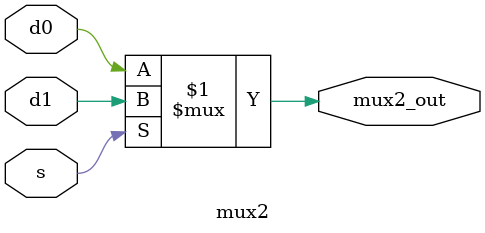
<source format=v>
module mux2(
            input d0, d1,
            input s,
            output mux2_out
            );
        
       assign mux2_out = s ? d1 : d0;
endmodule

</source>
